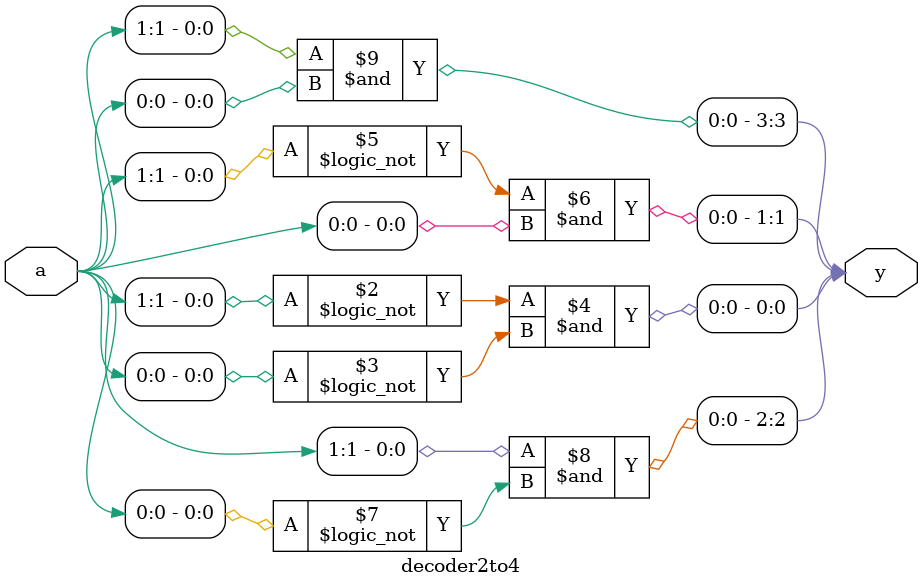
<source format=v>
module decoder2to4 (input [1:0] a, output [3:0] y);

reg [3:0] y;

always @ (a)
begin
    y[0] = !a[1] & !a[0];
    y[1] = !a[1] & a[0];
    y[2] = a[1] & !a[0];
    y[3] = a[1] & a[0];
end
        
        
endmodule 
</source>
